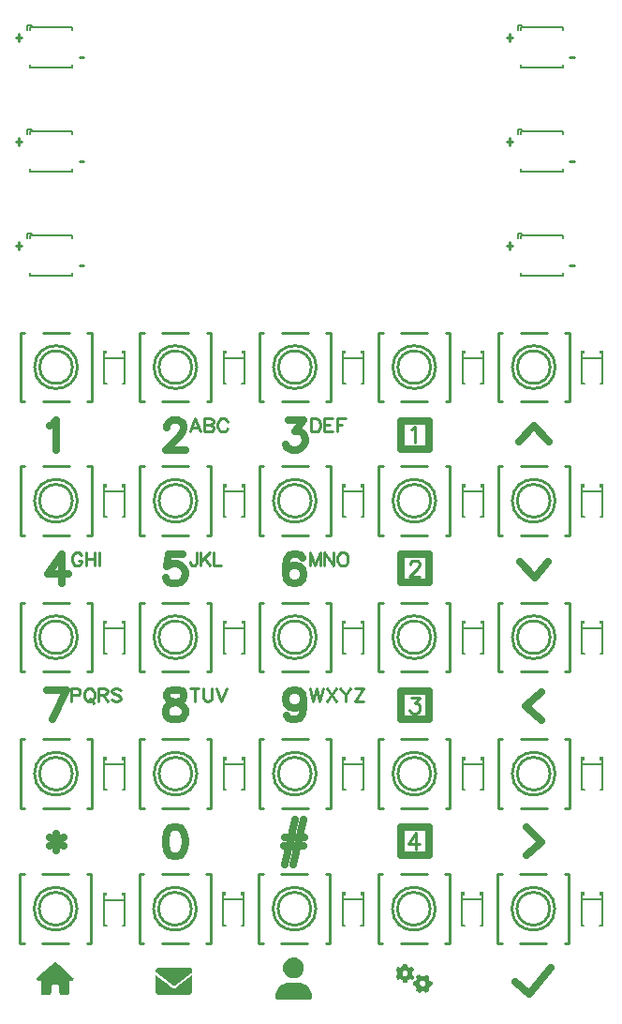
<source format=gto>
G04 Layer: TopSilkscreenLayer*
G04 EasyEDA v6.5.22, 2022-11-13 20:11:36*
G04 637256469d5b4e0fbaa5dacb6fe29907,a2731e2ff01b41edbee4f831c5fec297,10*
G04 Gerber Generator version 0.2*
G04 Scale: 100 percent, Rotated: No, Reflected: No *
G04 Dimensions in millimeters *
G04 leading zeros omitted , absolute positions ,4 integer and 5 decimal *
%FSLAX45Y45*%
%MOMM*%

%ADD10C,0.2540*%
%ADD11C,0.6350*%
%ADD12C,0.1524*%

%LPD*%
G36*
X4046067Y505714D02*
G01*
X4040378Y505155D01*
X4030268Y503174D01*
X4027525Y495858D01*
X4025900Y490169D01*
X4024223Y481939D01*
X4005529Y470306D01*
X3994454Y473100D01*
X3987596Y474218D01*
X3979621Y474370D01*
X3973118Y465582D01*
X3969156Y458724D01*
X3964787Y448665D01*
X3966870Y440486D01*
X3980434Y429717D01*
X3980331Y417728D01*
X4022750Y417728D01*
X4023360Y422960D01*
X4025188Y428498D01*
X4027779Y434695D01*
X4039717Y441959D01*
X4055922Y441959D01*
X4066997Y435203D01*
X4072991Y422554D01*
X4072991Y417830D01*
X4072788Y415493D01*
X4071467Y409803D01*
X4068013Y401167D01*
X4056176Y392734D01*
X4039463Y392734D01*
X4027627Y401167D01*
X4025137Y407111D01*
X4023309Y412597D01*
X4022750Y417728D01*
X3980331Y417728D01*
X3980179Y405841D01*
X3965092Y392023D01*
X3965092Y383540D01*
X3975912Y364693D01*
X3984599Y359003D01*
X4003903Y365099D01*
X4024172Y353618D01*
X4025900Y345287D01*
X4027474Y339750D01*
X4030065Y332740D01*
X4039006Y328676D01*
X4056634Y328676D01*
X4065524Y332740D01*
X4068165Y339750D01*
X4069689Y345287D01*
X4071416Y353618D01*
X4091686Y365099D01*
X4110990Y359003D01*
X4119575Y364591D01*
X4125976Y375818D01*
X4128973Y382828D01*
X4129786Y385521D01*
X4130852Y390906D01*
X4115460Y405841D01*
X4114901Y429666D01*
X4128820Y440842D01*
X4130801Y448665D01*
X4126433Y458724D01*
X4122470Y465582D01*
X4115968Y474370D01*
X4108043Y474218D01*
X4101134Y473100D01*
X4090060Y470306D01*
X4071365Y481939D01*
X4069689Y490169D01*
X4068064Y495858D01*
X4065320Y503174D01*
X4055719Y504951D01*
X4050537Y505510D01*
G37*
G36*
X4239666Y407517D02*
G01*
X4230370Y403961D01*
X4220210Y391617D01*
X4197807Y391617D01*
X4188002Y401472D01*
X4185107Y403910D01*
X4182567Y405688D01*
X4180738Y406552D01*
X4177436Y407416D01*
X4155998Y397306D01*
X4149750Y387756D01*
X4155846Y368401D01*
X4144568Y348437D01*
X4131818Y345338D01*
X4123334Y342747D01*
X4119727Y336092D01*
X4119727Y316484D01*
X4183786Y316484D01*
X4183786Y333451D01*
X4192219Y345236D01*
X4200398Y348640D01*
X4206087Y349961D01*
X4213707Y350266D01*
X4227068Y342696D01*
X4233062Y332587D01*
X4233062Y316992D01*
X4225798Y305054D01*
X4213402Y299872D01*
X4201566Y299923D01*
X4193336Y305155D01*
X4190847Y307289D01*
X4188612Y309575D01*
X4186936Y311708D01*
X4183786Y316484D01*
X4119727Y316484D01*
X4119727Y313283D01*
X4125163Y305562D01*
X4145279Y301040D01*
X4147058Y296570D01*
X4149902Y291439D01*
X4155846Y281736D01*
X4149750Y262382D01*
X4155795Y253187D01*
X4169105Y245668D01*
X4172762Y243941D01*
X4175810Y242773D01*
X4177842Y242366D01*
X4181043Y242316D01*
X4198010Y257708D01*
X4220260Y257556D01*
X4234738Y241858D01*
X4246524Y244195D01*
X4262678Y254152D01*
X4266844Y262483D01*
X4261205Y282295D01*
X4264406Y286918D01*
X4267403Y291947D01*
X4272483Y301244D01*
X4281881Y303123D01*
X4287621Y304800D01*
X4294124Y307594D01*
X4298238Y320090D01*
X4296511Y337718D01*
X4290212Y344678D01*
X4270806Y348691D01*
X4270806Y350875D01*
X4270451Y352247D01*
X4267911Y357174D01*
X4261256Y367080D01*
X4264152Y378307D01*
X4265269Y385165D01*
X4265422Y392734D01*
X4257192Y398678D01*
X4250334Y402590D01*
G37*
G36*
X3027680Y560933D02*
G01*
X3007664Y554126D01*
X2996184Y549503D01*
X2992069Y547624D01*
X2984449Y543610D01*
X2958642Y516331D01*
X2946654Y485952D01*
X2946654Y445312D01*
X2958541Y414832D01*
X2989580Y383794D01*
X3020060Y371906D01*
X3060700Y371906D01*
X3091180Y383794D01*
X3122218Y414832D01*
X3134106Y445312D01*
X3134106Y485952D01*
X3122218Y516432D01*
X3091180Y547522D01*
X3060700Y558952D01*
G37*
G36*
X3088843Y334822D02*
G01*
X2989580Y334467D01*
X2975610Y330809D01*
X2968904Y328726D01*
X2960979Y325882D01*
X2952800Y322580D01*
X2945333Y319176D01*
X2929077Y311251D01*
X2898140Y280212D01*
X2881731Y249275D01*
X2876448Y225907D01*
X2875178Y218744D01*
X2874365Y212242D01*
X2874060Y207314D01*
X2874010Y197916D01*
X2879648Y185521D01*
X2892044Y179882D01*
X3188716Y179882D01*
X3201111Y185521D01*
X3206750Y197916D01*
X3206699Y207314D01*
X3206394Y212242D01*
X3205581Y218744D01*
X3202838Y232968D01*
X3198977Y249275D01*
X3182620Y280212D01*
X3151682Y311251D01*
X3135376Y319176D01*
X3127908Y322580D01*
X3119475Y325882D01*
X3111144Y328828D01*
X3103981Y330962D01*
G37*
G36*
X2103780Y471779D02*
G01*
X1813864Y471728D01*
X1800555Y462991D01*
X1792782Y448564D01*
X1792782Y442315D01*
X1793036Y439318D01*
X1793697Y435762D01*
X1794713Y432003D01*
X1795932Y428599D01*
X1799082Y421081D01*
X1951380Y306679D01*
X1967992Y307035D01*
X2116480Y418439D01*
X2123694Y429463D01*
X2126081Y446938D01*
X2116226Y464413D01*
G37*
G36*
X1792579Y398983D02*
G01*
X1793900Y251053D01*
X1802688Y236524D01*
X1820113Y224434D01*
X2092858Y223215D01*
X2111705Y232359D01*
X2124405Y250647D01*
X2125776Y398983D01*
X2121865Y396544D01*
X2019198Y319684D01*
X1997354Y303631D01*
X1978101Y290068D01*
X1969312Y285445D01*
X1948992Y285445D01*
X1940204Y290017D01*
X1929485Y297434D01*
X1886407Y329082D01*
X1824126Y375970D01*
X1796440Y396544D01*
G37*
G36*
X878840Y515010D02*
G01*
X845058Y486257D01*
X724052Y381152D01*
X719226Y372262D01*
X719175Y361137D01*
X730656Y349656D01*
X756564Y349656D01*
X756564Y237236D01*
X762508Y225653D01*
X774598Y219405D01*
X834898Y220675D01*
X839317Y224637D01*
X841248Y226618D01*
X843229Y229260D01*
X845007Y232105D01*
X846429Y234899D01*
X849121Y241198D01*
X849121Y300177D01*
X858621Y311251D01*
X912418Y311251D01*
X921969Y300177D01*
X921969Y241198D01*
X924610Y234899D01*
X926033Y232105D01*
X927811Y229260D01*
X929792Y226618D01*
X931722Y224637D01*
X936142Y220675D01*
X996442Y219405D01*
X1008532Y225653D01*
X1014476Y237236D01*
X1014476Y349656D01*
X1039571Y349656D01*
X1049782Y357682D01*
X1052322Y371297D01*
X1049121Y376224D01*
X1042314Y382879D01*
X1026058Y397764D01*
X970483Y447395D01*
X921156Y490728D01*
X899210Y509371D01*
X891641Y515010D01*
G37*
D10*
X4147311Y1682750D02*
G01*
X4077970Y1585976D01*
X4181856Y1585976D01*
X4147311Y1682750D02*
G01*
X4147311Y1537462D01*
D11*
X1958340Y1739900D02*
G01*
X1920239Y1727200D01*
X1894839Y1689100D01*
X1882139Y1625600D01*
X1882139Y1587500D01*
X1894839Y1524000D01*
X1920239Y1485900D01*
X1958340Y1473200D01*
X1983740Y1473200D01*
X2021840Y1485900D01*
X2047240Y1524000D01*
X2059940Y1587500D01*
X2059940Y1625600D01*
X2047240Y1689100D01*
X2021840Y1727200D01*
X1983740Y1739900D01*
X1958340Y1739900D01*
X3050540Y1808479D02*
G01*
X2961640Y1402079D01*
X3126740Y1808479D02*
G01*
X3037840Y1402079D01*
X2961640Y1643379D02*
G01*
X3139440Y1643379D01*
X2948940Y1567179D02*
G01*
X3126740Y1567179D01*
X896620Y1681479D02*
G01*
X896620Y1529079D01*
X833120Y1643379D02*
G01*
X960120Y1567179D01*
X960120Y1643379D02*
G01*
X833120Y1567179D01*
D10*
X4100829Y2909570D02*
G01*
X4177029Y2909570D01*
X4135374Y2854197D01*
X4156202Y2854197D01*
X4169918Y2847339D01*
X4177029Y2840481D01*
X4183888Y2819654D01*
X4183888Y2805684D01*
X4177029Y2785110D01*
X4163059Y2771139D01*
X4142231Y2764281D01*
X4121404Y2764281D01*
X4100829Y2771139D01*
X4093718Y2777997D01*
X4086859Y2791968D01*
D11*
X3131820Y2886710D02*
G01*
X3119120Y2848610D01*
X3093720Y2823210D01*
X3055620Y2810510D01*
X3042920Y2810510D01*
X3004820Y2823210D01*
X2979420Y2848610D01*
X2966720Y2886710D01*
X2966720Y2899410D01*
X2979420Y2937510D01*
X3004820Y2962910D01*
X3042920Y2975610D01*
X3055620Y2975610D01*
X3093720Y2962910D01*
X3119120Y2937510D01*
X3131820Y2886710D01*
X3131820Y2823210D01*
X3119120Y2759710D01*
X3093720Y2721610D01*
X3055620Y2708910D01*
X3030220Y2708910D01*
X2992120Y2721610D01*
X2979420Y2747010D01*
D10*
X3188970Y2992120D02*
G01*
X3217925Y2870707D01*
X3246627Y2992120D02*
G01*
X3217925Y2870707D01*
X3246627Y2992120D02*
G01*
X3275584Y2870707D01*
X3304540Y2992120D02*
G01*
X3275584Y2870707D01*
X3342640Y2992120D02*
G01*
X3423411Y2870707D01*
X3423411Y2992120D02*
G01*
X3342640Y2870707D01*
X3461511Y2992120D02*
G01*
X3507740Y2934207D01*
X3507740Y2870707D01*
X3553713Y2992120D02*
G01*
X3507740Y2934207D01*
X3672840Y2992120D02*
G01*
X3591813Y2870707D01*
X3591813Y2992120D02*
G01*
X3672840Y2992120D01*
X3591813Y2870707D02*
G01*
X3672840Y2870707D01*
X2144775Y2992120D02*
G01*
X2144775Y2870707D01*
X2104390Y2992120D02*
G01*
X2185161Y2992120D01*
X2223261Y2992120D02*
G01*
X2223261Y2905505D01*
X2229104Y2887979D01*
X2240534Y2876550D01*
X2258059Y2870707D01*
X2269490Y2870707D01*
X2286761Y2876550D01*
X2298445Y2887979D01*
X2304034Y2905505D01*
X2304034Y2992120D01*
X2342134Y2992120D02*
G01*
X2388361Y2870707D01*
X2434590Y2992120D02*
G01*
X2388361Y2870707D01*
D11*
X1945640Y2975610D02*
G01*
X1907539Y2962910D01*
X1894839Y2937510D01*
X1894839Y2912110D01*
X1907539Y2886710D01*
X1932940Y2874010D01*
X1983740Y2861310D01*
X2021840Y2848610D01*
X2047240Y2823210D01*
X2059940Y2797810D01*
X2059940Y2759710D01*
X2047240Y2734310D01*
X2034540Y2721610D01*
X1996440Y2708910D01*
X1945640Y2708910D01*
X1907539Y2721610D01*
X1894839Y2734310D01*
X1882139Y2759710D01*
X1882139Y2797810D01*
X1894839Y2823210D01*
X1920239Y2848610D01*
X1958340Y2861310D01*
X2009140Y2874010D01*
X2034540Y2886710D01*
X2047240Y2912110D01*
X2047240Y2937510D01*
X2034540Y2962910D01*
X1996440Y2975610D01*
X1945640Y2975610D01*
X984250Y2975610D02*
G01*
X857250Y2708910D01*
X806450Y2975610D02*
G01*
X984250Y2975610D01*
D10*
X1028700Y2992120D02*
G01*
X1028700Y2870707D01*
X1028700Y2992120D02*
G01*
X1080770Y2992120D01*
X1098042Y2986278D01*
X1103629Y2980436D01*
X1109471Y2969005D01*
X1109471Y2951479D01*
X1103629Y2940050D01*
X1098042Y2934207D01*
X1080770Y2928620D01*
X1028700Y2928620D01*
X1182370Y2992120D02*
G01*
X1170686Y2986278D01*
X1159255Y2974594D01*
X1153413Y2963163D01*
X1147571Y2945892D01*
X1147571Y2916936D01*
X1153413Y2899663D01*
X1159255Y2887979D01*
X1170686Y2876550D01*
X1182370Y2870707D01*
X1205229Y2870707D01*
X1216913Y2876550D01*
X1228344Y2887979D01*
X1234186Y2899663D01*
X1240028Y2916936D01*
X1240028Y2945892D01*
X1234186Y2963163D01*
X1228344Y2974594D01*
X1216913Y2986278D01*
X1205229Y2992120D01*
X1182370Y2992120D01*
X1199642Y2893821D02*
G01*
X1234186Y2859278D01*
X1278128Y2992120D02*
G01*
X1278128Y2870707D01*
X1278128Y2992120D02*
G01*
X1329944Y2992120D01*
X1347470Y2986278D01*
X1353057Y2980436D01*
X1358900Y2969005D01*
X1358900Y2957321D01*
X1353057Y2945892D01*
X1347470Y2940050D01*
X1329944Y2934207D01*
X1278128Y2934207D01*
X1318513Y2934207D02*
G01*
X1358900Y2870707D01*
X1477771Y2974594D02*
G01*
X1466342Y2986278D01*
X1449070Y2992120D01*
X1425955Y2992120D01*
X1408429Y2986278D01*
X1397000Y2974594D01*
X1397000Y2963163D01*
X1402842Y2951479D01*
X1408429Y2945892D01*
X1420113Y2940050D01*
X1454657Y2928620D01*
X1466342Y2922778D01*
X1471929Y2916936D01*
X1477771Y2905505D01*
X1477771Y2887979D01*
X1466342Y2876550D01*
X1449070Y2870707D01*
X1425955Y2870707D01*
X1408429Y2876550D01*
X1397000Y2887979D01*
X4093718Y4110736D02*
G01*
X4093718Y4117594D01*
X4100829Y4131563D01*
X4107688Y4138421D01*
X4121404Y4145279D01*
X4149090Y4145279D01*
X4163059Y4138421D01*
X4169918Y4131563D01*
X4177029Y4117594D01*
X4177029Y4103878D01*
X4169918Y4089907D01*
X4156202Y4069079D01*
X4086859Y3999992D01*
X4183888Y3999992D01*
D11*
X3119120Y4164329D02*
G01*
X3106420Y4189729D01*
X3068320Y4202429D01*
X3042920Y4202429D01*
X3004820Y4189729D01*
X2979420Y4151629D01*
X2966720Y4088129D01*
X2966720Y4024629D01*
X2979420Y3973829D01*
X3004820Y3948429D01*
X3042920Y3935729D01*
X3055620Y3935729D01*
X3093720Y3948429D01*
X3119120Y3973829D01*
X3131820Y4011929D01*
X3131820Y4024629D01*
X3119120Y4062729D01*
X3093720Y4088129D01*
X3055620Y4100829D01*
X3042920Y4100829D01*
X3004820Y4088129D01*
X2979420Y4062729D01*
X2966720Y4024629D01*
D10*
X3188970Y4218939D02*
G01*
X3188970Y4097528D01*
X3188970Y4218939D02*
G01*
X3235197Y4097528D01*
X3281425Y4218939D02*
G01*
X3235197Y4097528D01*
X3281425Y4218939D02*
G01*
X3281425Y4097528D01*
X3319525Y4218939D02*
G01*
X3319525Y4097528D01*
X3319525Y4218939D02*
G01*
X3400297Y4097528D01*
X3400297Y4218939D02*
G01*
X3400297Y4097528D01*
X3472941Y4218939D02*
G01*
X3461511Y4213097D01*
X3449827Y4201413D01*
X3444240Y4189984D01*
X3438397Y4172712D01*
X3438397Y4143755D01*
X3444240Y4126484D01*
X3449827Y4114800D01*
X3461511Y4103370D01*
X3472941Y4097528D01*
X3496056Y4097528D01*
X3507740Y4103370D01*
X3519170Y4114800D01*
X3525011Y4126484D01*
X3530600Y4143755D01*
X3530600Y4172712D01*
X3525011Y4189984D01*
X3519170Y4201413D01*
X3507740Y4213097D01*
X3496056Y4218939D01*
X3472941Y4218939D01*
X2162047Y4218939D02*
G01*
X2162047Y4126484D01*
X2156459Y4109212D01*
X2150618Y4103370D01*
X2138934Y4097528D01*
X2127504Y4097528D01*
X2115820Y4103370D01*
X2110231Y4109212D01*
X2104390Y4126484D01*
X2104390Y4137913D01*
X2200147Y4218939D02*
G01*
X2200147Y4097528D01*
X2280920Y4218939D02*
G01*
X2200147Y4137913D01*
X2229104Y4166870D02*
G01*
X2280920Y4097528D01*
X2319020Y4218939D02*
G01*
X2319020Y4097528D01*
X2319020Y4097528D02*
G01*
X2388361Y4097528D01*
D11*
X2034540Y4202429D02*
G01*
X1907539Y4202429D01*
X1894839Y4088129D01*
X1907539Y4100829D01*
X1945640Y4113529D01*
X1983740Y4113529D01*
X2021840Y4100829D01*
X2047240Y4075429D01*
X2059940Y4037329D01*
X2059940Y4011929D01*
X2047240Y3973829D01*
X2021840Y3948429D01*
X1983740Y3935729D01*
X1945640Y3935729D01*
X1907539Y3948429D01*
X1894839Y3961129D01*
X1882139Y3986529D01*
D10*
X1124204Y4189984D02*
G01*
X1118362Y4201413D01*
X1106931Y4213097D01*
X1095247Y4218939D01*
X1072134Y4218939D01*
X1060704Y4213097D01*
X1049020Y4201413D01*
X1043431Y4189984D01*
X1037589Y4172712D01*
X1037589Y4143755D01*
X1043431Y4126484D01*
X1049020Y4114800D01*
X1060704Y4103370D01*
X1072134Y4097528D01*
X1095247Y4097528D01*
X1106931Y4103370D01*
X1118362Y4114800D01*
X1124204Y4126484D01*
X1124204Y4143755D01*
X1095247Y4143755D02*
G01*
X1124204Y4143755D01*
X1162304Y4218939D02*
G01*
X1162304Y4097528D01*
X1243076Y4218939D02*
G01*
X1243076Y4097528D01*
X1162304Y4161028D02*
G01*
X1243076Y4161028D01*
X1281176Y4218939D02*
G01*
X1281176Y4097528D01*
D11*
X942339Y4202429D02*
G01*
X815339Y4024629D01*
X1005839Y4024629D01*
X942339Y4202429D02*
G01*
X942339Y3935729D01*
D10*
X4104640Y5326634D02*
G01*
X4118609Y5333745D01*
X4139184Y5354320D01*
X4139184Y5209031D01*
X3201670Y5427979D02*
G01*
X3201670Y5306568D01*
X3201670Y5427979D02*
G01*
X3242056Y5427979D01*
X3259327Y5422137D01*
X3271011Y5410454D01*
X3276600Y5399023D01*
X3282441Y5381752D01*
X3282441Y5352795D01*
X3276600Y5335523D01*
X3271011Y5323839D01*
X3259327Y5312410D01*
X3242056Y5306568D01*
X3201670Y5306568D01*
X3320541Y5427979D02*
G01*
X3320541Y5306568D01*
X3320541Y5427979D02*
G01*
X3395725Y5427979D01*
X3320541Y5370068D02*
G01*
X3366770Y5370068D01*
X3320541Y5306568D02*
G01*
X3395725Y5306568D01*
X3433825Y5427979D02*
G01*
X3433825Y5306568D01*
X3433825Y5427979D02*
G01*
X3508756Y5427979D01*
X3433825Y5370068D02*
G01*
X3479800Y5370068D01*
X2150618Y5427853D02*
G01*
X2104390Y5306695D01*
X2150618Y5427853D02*
G01*
X2196845Y5306695D01*
X2121661Y5347080D02*
G01*
X2179320Y5347080D01*
X2234945Y5427853D02*
G01*
X2234945Y5306695D01*
X2234945Y5427853D02*
G01*
X2286761Y5427853D01*
X2304034Y5422011D01*
X2309875Y5416422D01*
X2315718Y5404738D01*
X2315718Y5393309D01*
X2309875Y5381625D01*
X2304034Y5375782D01*
X2286761Y5370195D01*
X2234945Y5370195D02*
G01*
X2286761Y5370195D01*
X2304034Y5364353D01*
X2309875Y5358511D01*
X2315718Y5347080D01*
X2315718Y5329809D01*
X2309875Y5318125D01*
X2304034Y5312282D01*
X2286761Y5306695D01*
X2234945Y5306695D01*
X2440431Y5398896D02*
G01*
X2434590Y5410580D01*
X2423159Y5422011D01*
X2411475Y5427853D01*
X2388361Y5427853D01*
X2376931Y5422011D01*
X2365247Y5410580D01*
X2359659Y5398896D01*
X2353818Y5381625D01*
X2353818Y5352922D01*
X2359659Y5335396D01*
X2365247Y5323967D01*
X2376931Y5312282D01*
X2388361Y5306695D01*
X2411475Y5306695D01*
X2423159Y5312282D01*
X2434590Y5323967D01*
X2440431Y5335396D01*
D11*
X2992120Y5411470D02*
G01*
X3131820Y5411470D01*
X3055620Y5309870D01*
X3093720Y5309870D01*
X3119120Y5297170D01*
X3131820Y5284470D01*
X3144520Y5246370D01*
X3144520Y5220970D01*
X3131820Y5182870D01*
X3106420Y5157470D01*
X3068320Y5144770D01*
X3030220Y5144770D01*
X2992120Y5157470D01*
X2979420Y5170170D01*
X2966720Y5195570D01*
X1894839Y5347970D02*
G01*
X1894839Y5360670D01*
X1907539Y5386070D01*
X1920239Y5398770D01*
X1945640Y5411470D01*
X1996440Y5411470D01*
X2021840Y5398770D01*
X2034540Y5386070D01*
X2047240Y5360670D01*
X2047240Y5335270D01*
X2034540Y5309870D01*
X2009140Y5271770D01*
X1882139Y5144770D01*
X2059940Y5144770D01*
X833221Y5360644D02*
G01*
X858621Y5373344D01*
X896721Y5411444D01*
X896721Y5144744D01*
G36*
X1490624Y2370277D02*
G01*
X1490624Y2339797D01*
X1522628Y2339797D01*
X1522628Y2370277D01*
G37*
G36*
X1322171Y2370277D02*
G01*
X1322171Y2339797D01*
X1354124Y2339797D01*
X1354124Y2370277D01*
G37*
G36*
X2570124Y2370277D02*
G01*
X2570124Y2339797D01*
X2602128Y2339797D01*
X2602128Y2370277D01*
G37*
G36*
X2401671Y2370277D02*
G01*
X2401671Y2339797D01*
X2433624Y2339797D01*
X2433624Y2370277D01*
G37*
G36*
X3649624Y2370277D02*
G01*
X3649624Y2339797D01*
X3681628Y2339797D01*
X3681628Y2370277D01*
G37*
G36*
X3481171Y2370277D02*
G01*
X3481171Y2339797D01*
X3513124Y2339797D01*
X3513124Y2370277D01*
G37*
G36*
X4729124Y2370277D02*
G01*
X4729124Y2339797D01*
X4761128Y2339797D01*
X4761128Y2370277D01*
G37*
G36*
X4560671Y2370277D02*
G01*
X4560671Y2339797D01*
X4592624Y2339797D01*
X4592624Y2370277D01*
G37*
G36*
X5808624Y2370277D02*
G01*
X5808624Y2339797D01*
X5840628Y2339797D01*
X5840628Y2370277D01*
G37*
G36*
X5640171Y2370277D02*
G01*
X5640171Y2339797D01*
X5672124Y2339797D01*
X5672124Y2370277D01*
G37*
G36*
X1490014Y1148791D02*
G01*
X1490014Y1118311D01*
X1522018Y1118311D01*
X1522018Y1148791D01*
G37*
G36*
X1321562Y1148791D02*
G01*
X1321562Y1118311D01*
X1353515Y1118311D01*
X1353515Y1148791D01*
G37*
G36*
X2566162Y1150620D02*
G01*
X2566162Y1120140D01*
X2598166Y1120140D01*
X2598166Y1150620D01*
G37*
G36*
X2397658Y1150620D02*
G01*
X2397658Y1120140D01*
X2429662Y1120140D01*
X2429662Y1150620D01*
G37*
G36*
X3645662Y1150620D02*
G01*
X3645662Y1120140D01*
X3677665Y1120140D01*
X3677665Y1150620D01*
G37*
G36*
X3477158Y1150620D02*
G01*
X3477158Y1120140D01*
X3509162Y1120140D01*
X3509162Y1150620D01*
G37*
G36*
X4725162Y1150620D02*
G01*
X4725162Y1120140D01*
X4757166Y1120140D01*
X4757166Y1150620D01*
G37*
G36*
X4556658Y1150620D02*
G01*
X4556658Y1120140D01*
X4588662Y1120140D01*
X4588662Y1150620D01*
G37*
G36*
X5804662Y1150620D02*
G01*
X5804662Y1120140D01*
X5836666Y1120140D01*
X5836666Y1150620D01*
G37*
G36*
X5636158Y1150620D02*
G01*
X5636158Y1120140D01*
X5668162Y1120140D01*
X5668162Y1150620D01*
G37*
G36*
X5808624Y3602177D02*
G01*
X5808624Y3571697D01*
X5840628Y3571697D01*
X5840628Y3602177D01*
G37*
G36*
X5640171Y3602177D02*
G01*
X5640171Y3571697D01*
X5672124Y3571697D01*
X5672124Y3602177D01*
G37*
G36*
X2570124Y6040577D02*
G01*
X2570124Y6010097D01*
X2602128Y6010097D01*
X2602128Y6040577D01*
G37*
G36*
X2401671Y6040577D02*
G01*
X2401671Y6010097D01*
X2433624Y6010097D01*
X2433624Y6040577D01*
G37*
G36*
X3649624Y6040577D02*
G01*
X3649624Y6010097D01*
X3681628Y6010097D01*
X3681628Y6040577D01*
G37*
G36*
X3481171Y6040577D02*
G01*
X3481171Y6010097D01*
X3513124Y6010097D01*
X3513124Y6040577D01*
G37*
G36*
X4729124Y6040577D02*
G01*
X4729124Y6010097D01*
X4761128Y6010097D01*
X4761128Y6040577D01*
G37*
G36*
X4560671Y6040577D02*
G01*
X4560671Y6010097D01*
X4592624Y6010097D01*
X4592624Y6040577D01*
G37*
G36*
X5808624Y6040577D02*
G01*
X5808624Y6010097D01*
X5840628Y6010097D01*
X5840628Y6040577D01*
G37*
G36*
X5640171Y6040577D02*
G01*
X5640171Y6010097D01*
X5672124Y6010097D01*
X5672124Y6040577D01*
G37*
G36*
X1490624Y4834077D02*
G01*
X1490624Y4803597D01*
X1522628Y4803597D01*
X1522628Y4834077D01*
G37*
G36*
X1322171Y4834077D02*
G01*
X1322171Y4803597D01*
X1354124Y4803597D01*
X1354124Y4834077D01*
G37*
G36*
X2570124Y4834077D02*
G01*
X2570124Y4803597D01*
X2602128Y4803597D01*
X2602128Y4834077D01*
G37*
G36*
X2401671Y4834077D02*
G01*
X2401671Y4803597D01*
X2433624Y4803597D01*
X2433624Y4834077D01*
G37*
G36*
X3649624Y4834077D02*
G01*
X3649624Y4803597D01*
X3681628Y4803597D01*
X3681628Y4834077D01*
G37*
G36*
X3481171Y4834077D02*
G01*
X3481171Y4803597D01*
X3513124Y4803597D01*
X3513124Y4834077D01*
G37*
G36*
X4729124Y4834077D02*
G01*
X4729124Y4803597D01*
X4761128Y4803597D01*
X4761128Y4834077D01*
G37*
G36*
X4560671Y4834077D02*
G01*
X4560671Y4803597D01*
X4592624Y4803597D01*
X4592624Y4834077D01*
G37*
G36*
X5808624Y4834077D02*
G01*
X5808624Y4803597D01*
X5840628Y4803597D01*
X5840628Y4834077D01*
G37*
G36*
X5640171Y4834077D02*
G01*
X5640171Y4803597D01*
X5672124Y4803597D01*
X5672124Y4834077D01*
G37*
G36*
X1490624Y3602177D02*
G01*
X1490624Y3571697D01*
X1522628Y3571697D01*
X1522628Y3602177D01*
G37*
G36*
X1322171Y3602177D02*
G01*
X1322171Y3571697D01*
X1354124Y3571697D01*
X1354124Y3602177D01*
G37*
G36*
X2570124Y3602177D02*
G01*
X2570124Y3571697D01*
X2602128Y3571697D01*
X2602128Y3602177D01*
G37*
G36*
X2401671Y3602177D02*
G01*
X2401671Y3571697D01*
X2433624Y3571697D01*
X2433624Y3602177D01*
G37*
G36*
X3649624Y3602177D02*
G01*
X3649624Y3571697D01*
X3681628Y3571697D01*
X3681628Y3602177D01*
G37*
G36*
X3481171Y3602177D02*
G01*
X3481171Y3571697D01*
X3513124Y3571697D01*
X3513124Y3602177D01*
G37*
G36*
X4729124Y3602177D02*
G01*
X4729124Y3571697D01*
X4761128Y3571697D01*
X4761128Y3602177D01*
G37*
G36*
X4560671Y3602177D02*
G01*
X4560671Y3571697D01*
X4592624Y3571697D01*
X4592624Y3602177D01*
G37*
G36*
X1490624Y6040577D02*
G01*
X1490624Y6010097D01*
X1522628Y6010097D01*
X1522628Y6040577D01*
G37*
G36*
X1322171Y6040577D02*
G01*
X1322171Y6010097D01*
X1354124Y6010097D01*
X1354124Y6040577D01*
G37*
X5081264Y5220964D02*
G01*
X5214614Y5363207D01*
X5347964Y5220964D01*
X5083807Y4133850D02*
G01*
X5217157Y3991607D01*
X5341614Y4133850D01*
X5281922Y2960364D02*
G01*
X5139679Y2827014D01*
X5281922Y2702557D01*
X5142222Y1738622D02*
G01*
X5284464Y1605272D01*
X5142222Y1480814D01*
X5045707Y340357D02*
G01*
X5167622Y234695D01*
X5365750Y464814D01*
D12*
X1329766Y2347417D02*
G01*
X1329766Y2072172D01*
X1515013Y2347417D02*
G01*
X1515013Y2072172D01*
X1515013Y2072172D02*
G01*
X1495709Y2072172D01*
X1329766Y2072172D02*
G01*
X1349070Y2072172D01*
X1510012Y2301473D02*
G01*
X1334767Y2301473D01*
X2409266Y2347417D02*
G01*
X2409266Y2072172D01*
X2594513Y2347417D02*
G01*
X2594513Y2072172D01*
X2594513Y2072172D02*
G01*
X2575209Y2072172D01*
X2409266Y2072172D02*
G01*
X2428570Y2072172D01*
X2589512Y2301473D02*
G01*
X2414267Y2301473D01*
X3488766Y2347417D02*
G01*
X3488766Y2072172D01*
X3674013Y2347417D02*
G01*
X3674013Y2072172D01*
X3674013Y2072172D02*
G01*
X3654709Y2072172D01*
X3488766Y2072172D02*
G01*
X3508070Y2072172D01*
X3669012Y2301473D02*
G01*
X3493767Y2301473D01*
X4568266Y2347417D02*
G01*
X4568266Y2072172D01*
X4753513Y2347417D02*
G01*
X4753513Y2072172D01*
X4753513Y2072172D02*
G01*
X4734209Y2072172D01*
X4568266Y2072172D02*
G01*
X4587570Y2072172D01*
X4748512Y2301473D02*
G01*
X4573267Y2301473D01*
X5647766Y2347417D02*
G01*
X5647766Y2072172D01*
X5833013Y2347417D02*
G01*
X5833013Y2072172D01*
X5833013Y2072172D02*
G01*
X5813709Y2072172D01*
X5647766Y2072172D02*
G01*
X5667070Y2072172D01*
X5828012Y2301473D02*
G01*
X5652767Y2301473D01*
X1329156Y1125956D02*
G01*
X1329156Y850712D01*
X1514403Y1125956D02*
G01*
X1514403Y850712D01*
X1514403Y850712D02*
G01*
X1495099Y850712D01*
X1329156Y850712D02*
G01*
X1348460Y850712D01*
X1509402Y1080013D02*
G01*
X1334157Y1080013D01*
X2405278Y1127760D02*
G01*
X2405278Y852515D01*
X2590525Y1127760D02*
G01*
X2590525Y852515D01*
X2590525Y852515D02*
G01*
X2571221Y852515D01*
X2405278Y852515D02*
G01*
X2424582Y852515D01*
X2585524Y1081816D02*
G01*
X2410279Y1081816D01*
X3484778Y1127760D02*
G01*
X3484778Y852515D01*
X3670025Y1127760D02*
G01*
X3670025Y852515D01*
X3670025Y852515D02*
G01*
X3650721Y852515D01*
X3484778Y852515D02*
G01*
X3504082Y852515D01*
X3665024Y1081816D02*
G01*
X3489779Y1081816D01*
X4564278Y1127760D02*
G01*
X4564278Y852515D01*
X4749525Y1127760D02*
G01*
X4749525Y852515D01*
X4749525Y852515D02*
G01*
X4730221Y852515D01*
X4564278Y852515D02*
G01*
X4583582Y852515D01*
X4744524Y1081816D02*
G01*
X4569279Y1081816D01*
X5643778Y1127760D02*
G01*
X5643778Y852515D01*
X5829025Y1127760D02*
G01*
X5829025Y852515D01*
X5829025Y852515D02*
G01*
X5809721Y852515D01*
X5643778Y852515D02*
G01*
X5663082Y852515D01*
X5824024Y1081816D02*
G01*
X5648779Y1081816D01*
X5647766Y3579317D02*
G01*
X5647766Y3304072D01*
X5833013Y3579317D02*
G01*
X5833013Y3304072D01*
X5833013Y3304072D02*
G01*
X5813709Y3304072D01*
X5647766Y3304072D02*
G01*
X5667070Y3304072D01*
X5828012Y3533373D02*
G01*
X5652767Y3533373D01*
X2409266Y6017717D02*
G01*
X2409266Y5742472D01*
X2594513Y6017717D02*
G01*
X2594513Y5742472D01*
X2594513Y5742472D02*
G01*
X2575209Y5742472D01*
X2409266Y5742472D02*
G01*
X2428570Y5742472D01*
X2589512Y5971773D02*
G01*
X2414267Y5971773D01*
X3488766Y6017717D02*
G01*
X3488766Y5742472D01*
X3674013Y6017717D02*
G01*
X3674013Y5742472D01*
X3674013Y5742472D02*
G01*
X3654709Y5742472D01*
X3488766Y5742472D02*
G01*
X3508070Y5742472D01*
X3669012Y5971773D02*
G01*
X3493767Y5971773D01*
X4568266Y6017717D02*
G01*
X4568266Y5742472D01*
X4753513Y6017717D02*
G01*
X4753513Y5742472D01*
X4753513Y5742472D02*
G01*
X4734209Y5742472D01*
X4568266Y5742472D02*
G01*
X4587570Y5742472D01*
X4748512Y5971773D02*
G01*
X4573267Y5971773D01*
X5647766Y6017717D02*
G01*
X5647766Y5742472D01*
X5833013Y6017717D02*
G01*
X5833013Y5742472D01*
X5833013Y5742472D02*
G01*
X5813709Y5742472D01*
X5647766Y5742472D02*
G01*
X5667070Y5742472D01*
X5828012Y5971773D02*
G01*
X5652767Y5971773D01*
X1329766Y4811217D02*
G01*
X1329766Y4535972D01*
X1515013Y4811217D02*
G01*
X1515013Y4535972D01*
X1515013Y4535972D02*
G01*
X1495709Y4535972D01*
X1329766Y4535972D02*
G01*
X1349070Y4535972D01*
X1510012Y4765273D02*
G01*
X1334767Y4765273D01*
X2409266Y4811217D02*
G01*
X2409266Y4535972D01*
X2594513Y4811217D02*
G01*
X2594513Y4535972D01*
X2594513Y4535972D02*
G01*
X2575209Y4535972D01*
X2409266Y4535972D02*
G01*
X2428570Y4535972D01*
X2589512Y4765273D02*
G01*
X2414267Y4765273D01*
X3488766Y4811217D02*
G01*
X3488766Y4535972D01*
X3674013Y4811217D02*
G01*
X3674013Y4535972D01*
X3674013Y4535972D02*
G01*
X3654709Y4535972D01*
X3488766Y4535972D02*
G01*
X3508070Y4535972D01*
X3669012Y4765273D02*
G01*
X3493767Y4765273D01*
X4568266Y4811217D02*
G01*
X4568266Y4535972D01*
X4753513Y4811217D02*
G01*
X4753513Y4535972D01*
X4753513Y4535972D02*
G01*
X4734209Y4535972D01*
X4568266Y4535972D02*
G01*
X4587570Y4535972D01*
X4748512Y4765273D02*
G01*
X4573267Y4765273D01*
X5647766Y4811217D02*
G01*
X5647766Y4535972D01*
X5833013Y4811217D02*
G01*
X5833013Y4535972D01*
X5833013Y4535972D02*
G01*
X5813709Y4535972D01*
X5647766Y4535972D02*
G01*
X5667070Y4535972D01*
X5828012Y4765273D02*
G01*
X5652767Y4765273D01*
X1329766Y3579317D02*
G01*
X1329766Y3304072D01*
X1515013Y3579317D02*
G01*
X1515013Y3304072D01*
X1515013Y3304072D02*
G01*
X1495709Y3304072D01*
X1329766Y3304072D02*
G01*
X1349070Y3304072D01*
X1510012Y3533373D02*
G01*
X1334767Y3533373D01*
X2409266Y3579317D02*
G01*
X2409266Y3304072D01*
X2594513Y3579317D02*
G01*
X2594513Y3304072D01*
X2594513Y3304072D02*
G01*
X2575209Y3304072D01*
X2409266Y3304072D02*
G01*
X2428570Y3304072D01*
X2589512Y3533373D02*
G01*
X2414267Y3533373D01*
X3488766Y3579317D02*
G01*
X3488766Y3304072D01*
X3674013Y3579317D02*
G01*
X3674013Y3304072D01*
X3674013Y3304072D02*
G01*
X3654709Y3304072D01*
X3488766Y3304072D02*
G01*
X3508070Y3304072D01*
X3669012Y3533373D02*
G01*
X3493767Y3533373D01*
X4568266Y3579317D02*
G01*
X4568266Y3304072D01*
X4753513Y3579317D02*
G01*
X4753513Y3304072D01*
X4753513Y3304072D02*
G01*
X4734209Y3304072D01*
X4568266Y3304072D02*
G01*
X4587570Y3304072D01*
X4748512Y3533373D02*
G01*
X4573267Y3533373D01*
X1329766Y6017717D02*
G01*
X1329766Y5742472D01*
X1515013Y6017717D02*
G01*
X1515013Y5742472D01*
X1515013Y5742472D02*
G01*
X1495709Y5742472D01*
X1329766Y5742472D02*
G01*
X1349070Y5742472D01*
X1510012Y5971773D02*
G01*
X1334767Y5971773D01*
D10*
X1104900Y7747000D02*
G01*
X1143000Y7747000D01*
X558800Y7956550D02*
G01*
X558800Y7893050D01*
X533400Y7924800D02*
G01*
X584200Y7924800D01*
D12*
X636419Y7993788D02*
G01*
X636419Y8040380D01*
X636419Y8040380D01*
X673219Y8040380D01*
X659279Y7993788D02*
G01*
X659279Y8017520D01*
X659279Y8017520D01*
X1042520Y8017520D01*
X1042520Y8017520D01*
X1042520Y7993788D01*
X659279Y7678011D02*
G01*
X659279Y7654279D01*
X659279Y7654279D01*
X1042520Y7654279D01*
X1042520Y7654279D01*
X1042520Y7678011D01*
D10*
X1104900Y6807200D02*
G01*
X1143000Y6807200D01*
X558800Y7016750D02*
G01*
X558800Y6953250D01*
X533400Y6985000D02*
G01*
X584200Y6985000D01*
D12*
X636419Y7053988D02*
G01*
X636419Y7100580D01*
X636419Y7100580D01*
X673219Y7100580D01*
X659279Y7053988D02*
G01*
X659279Y7077720D01*
X659279Y7077720D01*
X1042520Y7077720D01*
X1042520Y7077720D01*
X1042520Y7053988D01*
X659279Y6738211D02*
G01*
X659279Y6714479D01*
X659279Y6714479D01*
X1042520Y6714479D01*
X1042520Y6714479D01*
X1042520Y6738211D01*
D10*
X5537200Y6807200D02*
G01*
X5575300Y6807200D01*
X4991100Y7016750D02*
G01*
X4991100Y6953250D01*
X4965700Y6985000D02*
G01*
X5016500Y6985000D01*
D12*
X5068719Y7053988D02*
G01*
X5068719Y7100580D01*
X5068719Y7100580D01*
X5105519Y7100580D01*
X5091579Y7053988D02*
G01*
X5091579Y7077720D01*
X5091579Y7077720D01*
X5474820Y7077720D01*
X5474820Y7077720D01*
X5474820Y7053988D01*
X5091579Y6738211D02*
G01*
X5091579Y6714479D01*
X5091579Y6714479D01*
X5474820Y6714479D01*
X5474820Y6714479D01*
X5474820Y6738211D01*
D10*
X5537200Y7747000D02*
G01*
X5575300Y7747000D01*
X4991100Y7956550D02*
G01*
X4991100Y7893050D01*
X4965700Y7924800D02*
G01*
X5016500Y7924800D01*
D12*
X5068719Y7993788D02*
G01*
X5068719Y8040380D01*
X5068719Y8040380D01*
X5105519Y8040380D01*
X5091579Y7993788D02*
G01*
X5091579Y8017520D01*
X5091579Y8017520D01*
X5474820Y8017520D01*
X5474820Y8017520D01*
X5474820Y7993788D01*
X5091579Y7678011D02*
G01*
X5091579Y7654279D01*
X5091579Y7654279D01*
X5474820Y7654279D01*
X5474820Y7654279D01*
X5474820Y7678011D01*
D10*
X5537200Y8686800D02*
G01*
X5575300Y8686800D01*
X4991100Y8896350D02*
G01*
X4991100Y8832850D01*
X4965700Y8864600D02*
G01*
X5016500Y8864600D01*
D12*
X5068719Y8933588D02*
G01*
X5068719Y8980180D01*
X5068719Y8980180D01*
X5105519Y8980180D01*
X5091579Y8933588D02*
G01*
X5091579Y8957320D01*
X5091579Y8957320D01*
X5474820Y8957320D01*
X5474820Y8957320D01*
X5474820Y8933588D01*
X5091579Y8617811D02*
G01*
X5091579Y8594079D01*
X5091579Y8594079D01*
X5474820Y8594079D01*
X5474820Y8594079D01*
X5474820Y8617811D01*
D10*
X1104900Y8686800D02*
G01*
X1143000Y8686800D01*
X558800Y8896350D02*
G01*
X558800Y8832850D01*
X533400Y8864600D02*
G01*
X584200Y8864600D01*
D12*
X636419Y8933588D02*
G01*
X636419Y8980180D01*
X636419Y8980180D01*
X673219Y8980180D01*
X659279Y8933588D02*
G01*
X659279Y8957320D01*
X659279Y8957320D01*
X1042520Y8957320D01*
X1042520Y8957320D01*
X1042520Y8933588D01*
X659279Y8617811D02*
G01*
X659279Y8594079D01*
X659279Y8594079D01*
X1042520Y8594079D01*
X1042520Y8594079D01*
X1042520Y8617811D01*
D10*
X5530809Y4373760D02*
G01*
X5493923Y4373760D01*
X4927696Y4373760D02*
G01*
X4890810Y4373760D01*
X4890810Y4993756D02*
G01*
X4890810Y4373760D01*
X5530809Y4993756D02*
G01*
X5530809Y4373760D01*
X5530809Y4993756D02*
G01*
X5493923Y4993756D01*
X5327695Y4993756D02*
G01*
X5093924Y4993756D01*
X4927696Y4993756D02*
G01*
X4890810Y4993756D01*
X5327695Y4373760D02*
G01*
X5093924Y4373760D01*
X4451309Y4373760D02*
G01*
X4414423Y4373760D01*
X3848196Y4373760D02*
G01*
X3811310Y4373760D01*
X3811310Y4993756D02*
G01*
X3811310Y4373760D01*
X4451309Y4993756D02*
G01*
X4451309Y4373760D01*
X4451309Y4993756D02*
G01*
X4414423Y4993756D01*
X4248195Y4993756D02*
G01*
X4014424Y4993756D01*
X3848196Y4993756D02*
G01*
X3811310Y4993756D01*
X4248195Y4373760D02*
G01*
X4014424Y4373760D01*
X3371809Y4373760D02*
G01*
X3334923Y4373760D01*
X2768696Y4373760D02*
G01*
X2731810Y4373760D01*
X2731810Y4993756D02*
G01*
X2731810Y4373760D01*
X3371809Y4993756D02*
G01*
X3371809Y4373760D01*
X3371809Y4993756D02*
G01*
X3334923Y4993756D01*
X3168695Y4993756D02*
G01*
X2934924Y4993756D01*
X2768696Y4993756D02*
G01*
X2731810Y4993756D01*
X3168695Y4373760D02*
G01*
X2934924Y4373760D01*
X2292309Y4373760D02*
G01*
X2255423Y4373760D01*
X1689196Y4373760D02*
G01*
X1652310Y4373760D01*
X1652310Y4993756D02*
G01*
X1652310Y4373760D01*
X2292309Y4993756D02*
G01*
X2292309Y4373760D01*
X2292309Y4993756D02*
G01*
X2255423Y4993756D01*
X2089195Y4993756D02*
G01*
X1855424Y4993756D01*
X1689196Y4993756D02*
G01*
X1652310Y4993756D01*
X2089195Y4373760D02*
G01*
X1855424Y4373760D01*
X1212809Y4373760D02*
G01*
X1175923Y4373760D01*
X609696Y4373760D02*
G01*
X572810Y4373760D01*
X572810Y4993756D02*
G01*
X572810Y4373760D01*
X1212809Y4993756D02*
G01*
X1212809Y4373760D01*
X1212809Y4993756D02*
G01*
X1175923Y4993756D01*
X1009695Y4993756D02*
G01*
X775924Y4993756D01*
X609696Y4993756D02*
G01*
X572810Y4993756D01*
X1009695Y4373760D02*
G01*
X775924Y4373760D01*
X1212809Y5580260D02*
G01*
X1175923Y5580260D01*
X609696Y5580260D02*
G01*
X572810Y5580260D01*
X572810Y6200256D02*
G01*
X572810Y5580260D01*
X1212809Y6200256D02*
G01*
X1212809Y5580260D01*
X1212809Y6200256D02*
G01*
X1175923Y6200256D01*
X1009695Y6200256D02*
G01*
X775924Y6200256D01*
X609696Y6200256D02*
G01*
X572810Y6200256D01*
X1009695Y5580260D02*
G01*
X775924Y5580260D01*
X2292309Y5580260D02*
G01*
X2255423Y5580260D01*
X1689196Y5580260D02*
G01*
X1652310Y5580260D01*
X1652310Y6200256D02*
G01*
X1652310Y5580260D01*
X2292309Y6200256D02*
G01*
X2292309Y5580260D01*
X2292309Y6200256D02*
G01*
X2255423Y6200256D01*
X2089195Y6200256D02*
G01*
X1855424Y6200256D01*
X1689196Y6200256D02*
G01*
X1652310Y6200256D01*
X2089195Y5580260D02*
G01*
X1855424Y5580260D01*
X3371809Y5580260D02*
G01*
X3334923Y5580260D01*
X2768696Y5580260D02*
G01*
X2731810Y5580260D01*
X2731810Y6200256D02*
G01*
X2731810Y5580260D01*
X3371809Y6200256D02*
G01*
X3371809Y5580260D01*
X3371809Y6200256D02*
G01*
X3334923Y6200256D01*
X3168695Y6200256D02*
G01*
X2934924Y6200256D01*
X2768696Y6200256D02*
G01*
X2731810Y6200256D01*
X3168695Y5580260D02*
G01*
X2934924Y5580260D01*
X4451309Y5580260D02*
G01*
X4414423Y5580260D01*
X3848196Y5580260D02*
G01*
X3811310Y5580260D01*
X3811310Y6200256D02*
G01*
X3811310Y5580260D01*
X4451309Y6200256D02*
G01*
X4451309Y5580260D01*
X4451309Y6200256D02*
G01*
X4414423Y6200256D01*
X4248195Y6200256D02*
G01*
X4014424Y6200256D01*
X3848196Y6200256D02*
G01*
X3811310Y6200256D01*
X4248195Y5580260D02*
G01*
X4014424Y5580260D01*
X5530809Y5580260D02*
G01*
X5493923Y5580260D01*
X4927696Y5580260D02*
G01*
X4890810Y5580260D01*
X4890810Y6200256D02*
G01*
X4890810Y5580260D01*
X5530809Y6200256D02*
G01*
X5530809Y5580260D01*
X5530809Y6200256D02*
G01*
X5493923Y6200256D01*
X5327695Y6200256D02*
G01*
X5093924Y6200256D01*
X4927696Y6200256D02*
G01*
X4890810Y6200256D01*
X5327695Y5580260D02*
G01*
X5093924Y5580260D01*
X1212809Y3141860D02*
G01*
X1175923Y3141860D01*
X609696Y3141860D02*
G01*
X572810Y3141860D01*
X572810Y3761856D02*
G01*
X572810Y3141860D01*
X1212809Y3761856D02*
G01*
X1212809Y3141860D01*
X1212809Y3761856D02*
G01*
X1175923Y3761856D01*
X1009695Y3761856D02*
G01*
X775924Y3761856D01*
X609696Y3761856D02*
G01*
X572810Y3761856D01*
X1009695Y3141860D02*
G01*
X775924Y3141860D01*
X2292309Y3141860D02*
G01*
X2255423Y3141860D01*
X1689196Y3141860D02*
G01*
X1652310Y3141860D01*
X1652310Y3761856D02*
G01*
X1652310Y3141860D01*
X2292309Y3761856D02*
G01*
X2292309Y3141860D01*
X2292309Y3761856D02*
G01*
X2255423Y3761856D01*
X2089195Y3761856D02*
G01*
X1855424Y3761856D01*
X1689196Y3761856D02*
G01*
X1652310Y3761856D01*
X2089195Y3141860D02*
G01*
X1855424Y3141860D01*
X3371809Y3141860D02*
G01*
X3334923Y3141860D01*
X2768696Y3141860D02*
G01*
X2731810Y3141860D01*
X2731810Y3761856D02*
G01*
X2731810Y3141860D01*
X3371809Y3761856D02*
G01*
X3371809Y3141860D01*
X3371809Y3761856D02*
G01*
X3334923Y3761856D01*
X3168695Y3761856D02*
G01*
X2934924Y3761856D01*
X2768696Y3761856D02*
G01*
X2731810Y3761856D01*
X3168695Y3141860D02*
G01*
X2934924Y3141860D01*
X4451309Y3141860D02*
G01*
X4414423Y3141860D01*
X3848196Y3141860D02*
G01*
X3811310Y3141860D01*
X3811310Y3761856D02*
G01*
X3811310Y3141860D01*
X4451309Y3761856D02*
G01*
X4451309Y3141860D01*
X4451309Y3761856D02*
G01*
X4414423Y3761856D01*
X4248195Y3761856D02*
G01*
X4014424Y3761856D01*
X3848196Y3761856D02*
G01*
X3811310Y3761856D01*
X4248195Y3141860D02*
G01*
X4014424Y3141860D01*
X5530809Y3141860D02*
G01*
X5493923Y3141860D01*
X4927696Y3141860D02*
G01*
X4890810Y3141860D01*
X4890810Y3761856D02*
G01*
X4890810Y3141860D01*
X5530809Y3761856D02*
G01*
X5530809Y3141860D01*
X5530809Y3761856D02*
G01*
X5493923Y3761856D01*
X5327695Y3761856D02*
G01*
X5093924Y3761856D01*
X4927696Y3761856D02*
G01*
X4890810Y3761856D01*
X5327695Y3141860D02*
G01*
X5093924Y3141860D01*
X1212809Y1909960D02*
G01*
X1175923Y1909960D01*
X609696Y1909960D02*
G01*
X572810Y1909960D01*
X572810Y2529956D02*
G01*
X572810Y1909960D01*
X1212809Y2529956D02*
G01*
X1212809Y1909960D01*
X1212809Y2529956D02*
G01*
X1175923Y2529956D01*
X1009695Y2529956D02*
G01*
X775924Y2529956D01*
X609696Y2529956D02*
G01*
X572810Y2529956D01*
X1009695Y1909960D02*
G01*
X775924Y1909960D01*
X2292309Y1909960D02*
G01*
X2255423Y1909960D01*
X1689196Y1909960D02*
G01*
X1652310Y1909960D01*
X1652310Y2529956D02*
G01*
X1652310Y1909960D01*
X2292309Y2529956D02*
G01*
X2292309Y1909960D01*
X2292309Y2529956D02*
G01*
X2255423Y2529956D01*
X2089195Y2529956D02*
G01*
X1855424Y2529956D01*
X1689196Y2529956D02*
G01*
X1652310Y2529956D01*
X2089195Y1909960D02*
G01*
X1855424Y1909960D01*
X3371809Y1909960D02*
G01*
X3334923Y1909960D01*
X2768696Y1909960D02*
G01*
X2731810Y1909960D01*
X2731810Y2529956D02*
G01*
X2731810Y1909960D01*
X3371809Y2529956D02*
G01*
X3371809Y1909960D01*
X3371809Y2529956D02*
G01*
X3334923Y2529956D01*
X3168695Y2529956D02*
G01*
X2934924Y2529956D01*
X2768696Y2529956D02*
G01*
X2731810Y2529956D01*
X3168695Y1909960D02*
G01*
X2934924Y1909960D01*
X4451309Y1909960D02*
G01*
X4414423Y1909960D01*
X3848196Y1909960D02*
G01*
X3811310Y1909960D01*
X3811310Y2529956D02*
G01*
X3811310Y1909960D01*
X4451309Y2529956D02*
G01*
X4451309Y1909960D01*
X4451309Y2529956D02*
G01*
X4414423Y2529956D01*
X4248195Y2529956D02*
G01*
X4014424Y2529956D01*
X3848196Y2529956D02*
G01*
X3811310Y2529956D01*
X4248195Y1909960D02*
G01*
X4014424Y1909960D01*
X5530809Y1909960D02*
G01*
X5493923Y1909960D01*
X4927696Y1909960D02*
G01*
X4890810Y1909960D01*
X4890810Y2529956D02*
G01*
X4890810Y1909960D01*
X5530809Y2529956D02*
G01*
X5530809Y1909960D01*
X5530809Y2529956D02*
G01*
X5493923Y2529956D01*
X5327695Y2529956D02*
G01*
X5093924Y2529956D01*
X4927696Y2529956D02*
G01*
X4890810Y2529956D01*
X5327695Y1909960D02*
G01*
X5093924Y1909960D01*
X1208821Y690303D02*
G01*
X1171935Y690303D01*
X605708Y690303D02*
G01*
X568822Y690303D01*
X568822Y1310299D02*
G01*
X568822Y690303D01*
X1208821Y1310299D02*
G01*
X1208821Y690303D01*
X1208821Y1310299D02*
G01*
X1171935Y1310299D01*
X1005707Y1310299D02*
G01*
X771936Y1310299D01*
X605708Y1310299D02*
G01*
X568822Y1310299D01*
X1005707Y690303D02*
G01*
X771936Y690303D01*
X2288321Y690303D02*
G01*
X2251435Y690303D01*
X1685208Y690303D02*
G01*
X1648322Y690303D01*
X1648322Y1310299D02*
G01*
X1648322Y690303D01*
X2288321Y1310299D02*
G01*
X2288321Y690303D01*
X2288321Y1310299D02*
G01*
X2251435Y1310299D01*
X2085207Y1310299D02*
G01*
X1851436Y1310299D01*
X1685208Y1310299D02*
G01*
X1648322Y1310299D01*
X2085207Y690303D02*
G01*
X1851436Y690303D01*
X3367821Y690303D02*
G01*
X3330935Y690303D01*
X2764708Y690303D02*
G01*
X2727822Y690303D01*
X2727822Y1310299D02*
G01*
X2727822Y690303D01*
X3367821Y1310299D02*
G01*
X3367821Y690303D01*
X3367821Y1310299D02*
G01*
X3330935Y1310299D01*
X3164707Y1310299D02*
G01*
X2930936Y1310299D01*
X2764708Y1310299D02*
G01*
X2727822Y1310299D01*
X3164707Y690303D02*
G01*
X2930936Y690303D01*
X4447321Y690303D02*
G01*
X4410435Y690303D01*
X3844208Y690303D02*
G01*
X3807322Y690303D01*
X3807322Y1310299D02*
G01*
X3807322Y690303D01*
X4447321Y1310299D02*
G01*
X4447321Y690303D01*
X4447321Y1310299D02*
G01*
X4410435Y1310299D01*
X4244207Y1310299D02*
G01*
X4010436Y1310299D01*
X3844208Y1310299D02*
G01*
X3807322Y1310299D01*
X4244207Y690303D02*
G01*
X4010436Y690303D01*
X5526821Y690303D02*
G01*
X5489935Y690303D01*
X4923708Y690303D02*
G01*
X4886822Y690303D01*
X4886822Y1310299D02*
G01*
X4886822Y690303D01*
X5526821Y1310299D02*
G01*
X5526821Y690303D01*
X5526821Y1310299D02*
G01*
X5489935Y1310299D01*
X5323707Y1310299D02*
G01*
X5089936Y1310299D01*
X4923708Y1310299D02*
G01*
X4886822Y1310299D01*
X5323707Y690303D02*
G01*
X5089936Y690303D01*
G75*
G01
X5404663Y4683760D02*
G03X5404663Y4683760I-193853J0D01*
G75*
G01
X5358917Y4683760D02*
G03X5358917Y4683760I-148107J0D01*
G75*
G01
X4325163Y4683760D02*
G03X4325163Y4683760I-193853J0D01*
G75*
G01
X4279417Y4683760D02*
G03X4279417Y4683760I-148107J0D01*
G75*
G01
X3245663Y4683760D02*
G03X3245663Y4683760I-193853J0D01*
G75*
G01
X3199917Y4683760D02*
G03X3199917Y4683760I-148107J0D01*
G75*
G01
X2166163Y4683760D02*
G03X2166163Y4683760I-193853J0D01*
G75*
G01
X2120417Y4683760D02*
G03X2120417Y4683760I-148107J0D01*
G75*
G01
X1086663Y4683760D02*
G03X1086663Y4683760I-193853J0D01*
G75*
G01
X1040917Y4683760D02*
G03X1040917Y4683760I-148107J0D01*
G75*
G01
X1086663Y5890260D02*
G03X1086663Y5890260I-193853J0D01*
G75*
G01
X1040917Y5890260D02*
G03X1040917Y5890260I-148107J0D01*
G75*
G01
X2166163Y5890260D02*
G03X2166163Y5890260I-193853J0D01*
G75*
G01
X2120417Y5890260D02*
G03X2120417Y5890260I-148107J0D01*
G75*
G01
X3245663Y5890260D02*
G03X3245663Y5890260I-193853J0D01*
G75*
G01
X3199917Y5890260D02*
G03X3199917Y5890260I-148107J0D01*
G75*
G01
X4325163Y5890260D02*
G03X4325163Y5890260I-193853J0D01*
G75*
G01
X4279417Y5890260D02*
G03X4279417Y5890260I-148107J0D01*
G75*
G01
X5404663Y5890260D02*
G03X5404663Y5890260I-193853J0D01*
G75*
G01
X5358917Y5890260D02*
G03X5358917Y5890260I-148107J0D01*
G75*
G01
X1086663Y3451860D02*
G03X1086663Y3451860I-193853J0D01*
G75*
G01
X1040917Y3451860D02*
G03X1040917Y3451860I-148107J0D01*
G75*
G01
X2166163Y3451860D02*
G03X2166163Y3451860I-193853J0D01*
G75*
G01
X2120417Y3451860D02*
G03X2120417Y3451860I-148107J0D01*
G75*
G01
X3245663Y3451860D02*
G03X3245663Y3451860I-193853J0D01*
G75*
G01
X3199917Y3451860D02*
G03X3199917Y3451860I-148107J0D01*
G75*
G01
X4325163Y3451860D02*
G03X4325163Y3451860I-193853J0D01*
G75*
G01
X4279417Y3451860D02*
G03X4279417Y3451860I-148107J0D01*
G75*
G01
X5404663Y3451860D02*
G03X5404663Y3451860I-193853J0D01*
G75*
G01
X5358917Y3451860D02*
G03X5358917Y3451860I-148107J0D01*
G75*
G01
X1086663Y2219960D02*
G03X1086663Y2219960I-193853J0D01*
G75*
G01
X1040917Y2219960D02*
G03X1040917Y2219960I-148107J0D01*
G75*
G01
X2166163Y2219960D02*
G03X2166163Y2219960I-193853J0D01*
G75*
G01
X2120417Y2219960D02*
G03X2120417Y2219960I-148107J0D01*
G75*
G01
X3245663Y2219960D02*
G03X3245663Y2219960I-193853J0D01*
G75*
G01
X3199917Y2219960D02*
G03X3199917Y2219960I-148107J0D01*
G75*
G01
X4325163Y2219960D02*
G03X4325163Y2219960I-193853J0D01*
G75*
G01
X4279417Y2219960D02*
G03X4279417Y2219960I-148107J0D01*
G75*
G01
X5404663Y2219960D02*
G03X5404663Y2219960I-193853J0D01*
G75*
G01
X5358917Y2219960D02*
G03X5358917Y2219960I-148107J0D01*
G75*
G01
X1082675Y1000303D02*
G03X1082675Y1000303I-193853J0D01*
G75*
G01
X1036930Y1000303D02*
G03X1036930Y1000303I-148107J0D01*
G75*
G01
X2162175Y1000303D02*
G03X2162175Y1000303I-193853J0D01*
G75*
G01
X2116430Y1000303D02*
G03X2116430Y1000303I-148107J0D01*
G75*
G01
X3241675Y1000303D02*
G03X3241675Y1000303I-193853J0D01*
G75*
G01
X3195930Y1000303D02*
G03X3195930Y1000303I-148107J0D01*
G75*
G01
X4321175Y1000303D02*
G03X4321175Y1000303I-193853J0D01*
G75*
G01
X4275430Y1000303D02*
G03X4275430Y1000303I-148107J0D01*
G75*
G01
X5400675Y1000303D02*
G03X5400675Y1000303I-193853J0D01*
G75*
G01
X5354930Y1000303D02*
G03X5354930Y1000303I-148107J0D01*
D11*
X4006850Y1734820D02*
G01*
X4260850Y1734820D01*
X4260850Y1480820D01*
X4006850Y1480820D01*
X4006850Y1734820D01*
X4006850Y2966720D02*
G01*
X4260850Y2966720D01*
X4260850Y2712720D01*
X4006850Y2712720D01*
X4006850Y2966720D01*
X4006850Y4198620D02*
G01*
X4260850Y4198620D01*
X4260850Y3944620D01*
X4006850Y3944620D01*
X4006850Y4198620D01*
X4006850Y5405120D02*
G01*
X4260850Y5405120D01*
X4260850Y5151120D01*
X4006850Y5151120D01*
X4006850Y5405120D01*
M02*

</source>
